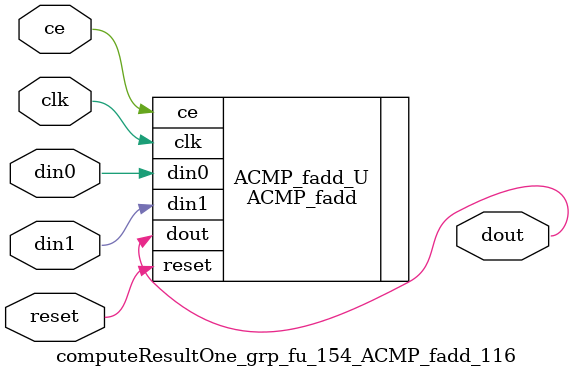
<source format=v>

`timescale 1 ns / 1 ps
module computeResultOne_grp_fu_154_ACMP_fadd_116(
    clk,
    reset,
    ce,
    din0,
    din1,
    dout);

parameter ID = 32'd1;
parameter NUM_STAGE = 32'd1;
parameter din0_WIDTH = 32'd1;
parameter din1_WIDTH = 32'd1;
parameter dout_WIDTH = 32'd1;
input clk;
input reset;
input ce;
input[din0_WIDTH - 1:0] din0;
input[din1_WIDTH - 1:0] din1;
output[dout_WIDTH - 1:0] dout;



ACMP_fadd #(
.ID( ID ),
.NUM_STAGE( 4 ),
.din0_WIDTH( din0_WIDTH ),
.din1_WIDTH( din1_WIDTH ),
.dout_WIDTH( dout_WIDTH ))
ACMP_fadd_U(
    .clk( clk ),
    .reset( reset ),
    .ce( ce ),
    .din0( din0 ),
    .din1( din1 ),
    .dout( dout ));

endmodule

</source>
